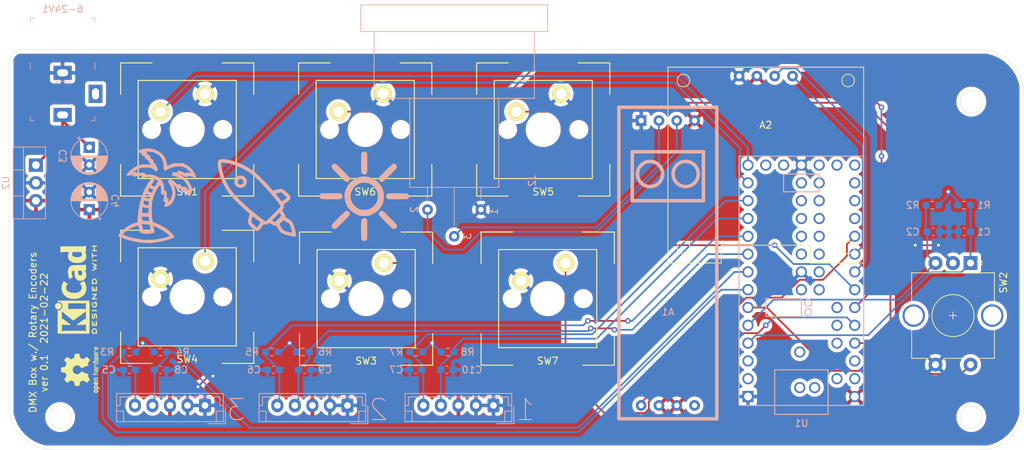
<source format=kicad_pcb>
(kicad_pcb (version 20171130) (host pcbnew "(5.1.9-0-10_14)")
  (title_block (title "DMX Box w./ Rotary Encoders") (date 2021-02-22) (rev 0.1))
  (layers (0 F.Cu signal) (31 B.Cu signal) (34 B.Paste user) (35 F.Paste user) (36 B.SilkS user) (37 F.SilkS user) (38 B.Mask user) (39 F.Mask user) (44 Edge.Cuts user))
  (net 0 "")
  (net 1 "Net-(6-24V1-Pad3)")
  (net 2 "Net-(6-24V1-Pad1)")
  (net 3 GND)
  (net 4 "Net-(A1-Pad8)")
  (net 5 +5V)
  (net 6 Pin17)
  (net 7 "Net-(A1-Pad3)")
  (net 8 "Net-(A1-Pad2)")
  (net 9 SCL)
  (net 10 SDA)
  (net 11 ENC-4A)
  (net 12 ENC-4B)
  (net 13 ENC-1A)
  (net 14 ENC-2A)
  (net 15 ENC-3A)
  (net 16 Btn_1_Max)
  (net 17 ENC-4Btn)
  (net 18 Btn_2_Min)
  (net 19 Btn_1_Min)
  (net 20 Btn_3_Max)
  (net 21 Btn_2_Max)
  (net 22 Btn_3_Min)
  (net 23 "Net-(U1-Pad18)")
  (net 24 "Net-(U1-Pad19)")
  (net 25 "Net-(U1-Pad20)")
  (net 26 "Net-(U1-Pad16)")
  (net 27 "Net-(U1-Pad15)")
  (net 28 "Net-(U1-Pad21)")
  (net 29 "Net-(U1-Pad22)")
  (net 30 "Net-(U1-Pad23)")
  (net 31 "Net-(U1-Pad31)")
  (net 32 "Net-(U1-Pad32)")
  (net 33 "Net-(U1-Pad34)")
  (net 34 "Net-(U1-Pad35)")
  (net 35 "Net-(U1-Pad36)")
  (net 36 "Net-(U1-Pad37)")
  (net 37 "Net-(U1-Pad3)")
  (net 38 "Net-(U1-Pad2)")
  (net 39 "Net-(U1-Pad52)")
  (net 40 "Net-(U1-Pad54)")
  (net 41 "Net-(U1-Pad40)")
  (net 42 "Net-(U1-Pad41)")
  (net 43 "Net-(U1-Pad42)")
  (net 44 "Net-(U1-Pad51)")
  (net 45 "Net-(U1-Pad43)")
  (net 46 "Net-(U1-Pad50)")
  (net 47 "Net-(U1-Pad49)")
  (net 48 "Net-(U1-Pad44)")
  (net 49 "Net-(U1-Pad45)")
  (net 50 "Net-(U1-Pad48)")
  (net 51 "Net-(U1-Pad47)")
  (net 52 "Net-(U1-Pad46)")
  (net 53 "Net-(U1-Pad39)")
  (net 54 "Net-(U1-Pad38)")
  (net 55 ENC-1B)
  (net 56 ENC-2B)
  (net 57 ENC-3B)
  (module Symbol:KiCad-Logo2_5mm_SilkScreen (layer F.Cu) (at 78.105 107.95 90)
    (fp_text reference REF** hide)
    (fp_text value KiCad-Logo2_5mm_SilkScreen hide)
  )
  (module Symbol:OSHW-Logo2_7.3x6mm_SilkScreen (layer F.Cu) (at 78.74 119.38 90)
    (fp_text reference REF** hide)
    (fp_text value OSHW-Logo2_7.3x6mm_SilkScreen hide)
  )
  (module Clockdiv-Logos:sunrocketpalmtree (layer B.Cu) (at 104.775 95.25 180)
    (fp_text reference G*** hide)
    (fp_text value LOGO hide)
  )
  (module teensy:Teensy30_31_32_All_Pins (layer B.Cu) (at 181.61 106.68 90)
    (fp_text reference U1 (at -20.32 0) (layer B.SilkS) (effects (justify mirror)))
    (fp_text value Teensy3.2)
    (pad 54 thru_hole circle (at -1.27 0 90) (size 1.6 1.6) (drill 1.1) (layers *.Cu *.Mask) (net 40 "Net-(U1-Pad54)"))
    (pad 53 thru_hole circle (at 1.27 0 90) (size 1.6 1.6) (drill 1.1) (layers *.Cu *.Mask) (net 3 GND))
    (pad 40 thru_hole circle (at -10.16 -0.23 90) (size 1.6 1.6) (drill 1.1) (layers *.Cu *.Mask) (net 41 "Net-(U1-Pad40)"))
    (pad 52 thru_hole circle (at 3.81 0 90) (size 1.6 1.6) (drill 1.1) (layers *.Cu *.Mask) (net 39 "Net-(U1-Pad52)"))
    (pad 41 thru_hole circle (at -1.27 2.54 90) (size 1.6 1.6) (drill 1.1) (layers *.Cu *.Mask) (net 42 "Net-(U1-Pad41)"))
    (pad 42 thru_hole circle (at 1.27 2.54 90) (size 1.6 1.6) (drill 1.1) (layers *.Cu *.Mask) (net 43 "Net-(U1-Pad42)"))
    (pad 51 thru_hole circle (at 6.35 0 90) (size 1.6 1.6) (drill 1.1) (layers *.Cu *.Mask) (net 44 "Net-(U1-Pad51)"))
    (pad 43 thru_hole circle (at 3.81 2.54 90) (size 1.6 1.6) (drill 1.1) (layers *.Cu *.Mask) (net 45 "Net-(U1-Pad43)"))
    (pad 50 thru_hole circle (at 8.89 0 90) (size 1.6 1.6) (drill 1.1) (layers *.Cu *.Mask) (net 46 "Net-(U1-Pad50)"))
    (pad 49 thru_hole circle (at 11.43 0 90) (size 1.6 1.6) (drill 1.1) (layers *.Cu *.Mask) (net 47 "Net-(U1-Pad49)"))
    (pad 44 thru_hole circle (at 6.35 2.54) (size 1.6 1.6) (drill 1.1) (layers *.Cu *.Mask) (net 48 "Net-(U1-Pad44)"))
    (pad 45 thru_hole circle (at 8.89 2.54 90) (size 1.6 1.6) (drill 1.1) (layers *.Cu *.Mask) (net 49 "Net-(U1-Pad45)"))
    (pad 48 thru_hole circle (at 13.97 0 90) (size 1.6 1.6) (drill 1.1) (layers *.Cu *.Mask) (net 50 "Net-(U1-Pad48)"))
    (pad 47 thru_hole circle (at 13.97 2.54 90) (size 1.6 1.6) (drill 1.1) (layers *.Cu *.Mask) (net 51 "Net-(U1-Pad47)"))
    (pad 46 thru_hole circle (at 11.43 2.54 90) (size 1.6 1.6) (drill 1.1) (layers *.Cu *.Mask) (net 52 "Net-(U1-Pad46)"))
    (pad 39 thru_hole circle (at -15.24 1.9 90) (size 1.6 1.6) (drill 1.1) (layers *.Cu *.Mask) (net 53 "Net-(U1-Pad39)"))
    (pad 38 thru_hole circle (at -15.24 -0.23 90) (size 1.6 1.6) (drill 1.1) (layers *.Cu *.Mask) (net 54 "Net-(U1-Pad38)"))
    (pad 1 thru_hole rect (at -16.51 -7.62 90) (size 1.6 1.6) (drill 1.1) (layers *.Cu *.Mask) (net 3 GND))
    (pad 2 thru_hole circle (at -13.97 -7.62 90) (size 1.6 1.6) (drill 1.1) (layers *.Cu *.Mask) (net 38 "Net-(U1-Pad2)"))
    (pad 3 thru_hole circle (at -11.43 -7.62 90) (size 1.6 1.6) (drill 1.1) (layers *.Cu *.Mask) (net 37 "Net-(U1-Pad3)"))
    (pad 4 thru_hole circle (at -8.89 -7.62 90) (size 1.6 1.6) (drill 1.1) (layers *.Cu *.Mask) (net 11 ENC-4A))
    (pad 5 thru_hole circle (at -6.35 -7.62 90) (size 1.6 1.6) (drill 1.1) (layers *.Cu *.Mask) (net 12 ENC-4B))
    (pad 6 thru_hole circle (at -3.81 -7.62 90) (size 1.6 1.6) (drill 1.1) (layers *.Cu *.Mask) (net 17 ENC-4Btn))
    (pad 7 thru_hole circle (at -1.27 -7.62 90) (size 1.6 1.6) (drill 1.1) (layers *.Cu *.Mask) (net 13 ENC-1A))
    (pad 8 thru_hole circle (at 1.27 -7.62 90) (size 1.6 1.6) (drill 1.1) (layers *.Cu *.Mask) (net 55 ENC-1B))
    (pad 9 thru_hole circle (at 3.81 -7.62 90) (size 1.6 1.6) (drill 1.1) (layers *.Cu *.Mask) (net 56 ENC-2B))
    (pad 10 thru_hole circle (at 6.35 -7.62 90) (size 1.6 1.6) (drill 1.1) (layers *.Cu *.Mask) (net 14 ENC-2A))
    (pad 11 thru_hole circle (at 8.89 -7.62 90) (size 1.6 1.6) (drill 1.1) (layers *.Cu *.Mask) (net 57 ENC-3B))
    (pad 12 thru_hole circle (at 11.43 -7.62 90) (size 1.6 1.6) (drill 1.1) (layers *.Cu *.Mask) (net 15 ENC-3A))
    (pad 13 thru_hole circle (at 13.97 -7.62 90) (size 1.6 1.6) (drill 1.1) (layers *.Cu *.Mask) (net 19 Btn_1_Min))
    (pad 37 thru_hole circle (at -3.81 5.08 90) (size 1.6 1.6) (drill 1.1) (layers *.Cu *.Mask) (net 36 "Net-(U1-Pad37)"))
    (pad 36 thru_hole circle (at -6.35 5.08 90) (size 1.6 1.6) (drill 1.1) (layers *.Cu *.Mask) (net 35 "Net-(U1-Pad36)"))
    (pad 35 thru_hole circle (at -8.89 5.08 90) (size 1.6 1.6) (drill 1.1) (layers *.Cu *.Mask) (net 34 "Net-(U1-Pad35)"))
    (pad 34 thru_hole circle (at -13.97 5.08 90) (size 1.6 1.6) (drill 1.1) (layers *.Cu *.Mask) (net 33 "Net-(U1-Pad34)"))
    (pad 33 thru_hole circle (at -16.51 7.62 90) (size 1.6 1.6) (drill 1.1) (layers *.Cu *.Mask) (net 5 +5V))
    (pad 32 thru_hole circle (at -13.97 7.62 90) (size 1.6 1.6) (drill 1.1) (layers *.Cu *.Mask) (net 32 "Net-(U1-Pad32)"))
    (pad 31 thru_hole circle (at -11.43 7.62 90) (size 1.6 1.6) (drill 1.1) (layers *.Cu *.Mask) (net 31 "Net-(U1-Pad31)"))
    (pad 30 thru_hole circle (at -8.89 7.62 90) (size 1.6 1.6) (drill 1.1) (layers *.Cu *.Mask) (net 20 Btn_3_Max))
    (pad 29 thru_hole circle (at -6.35 7.62 90) (size 1.6 1.6) (drill 1.1) (layers *.Cu *.Mask) (net 22 Btn_3_Min))
    (pad 28 thru_hole circle (at -3.81 7.62 90) (size 1.6 1.6) (drill 1.1) (layers *.Cu *.Mask) (net 21 Btn_2_Max))
    (pad 27 thru_hole circle (at -1.27 7.62 90) (size 1.6 1.6) (drill 1.1) (layers *.Cu *.Mask) (net 18 Btn_2_Min))
    (pad 26 thru_hole circle (at 1.27 7.62 90) (size 1.6 1.6) (drill 1.1) (layers *.Cu *.Mask) (net 9 SCL))
    (pad 25 thru_hole circle (at 3.81 7.62 90) (size 1.6 1.6) (drill 1.1) (layers *.Cu *.Mask) (net 10 SDA))
    (pad 24 thru_hole circle (at 6.35 7.62 90) (size 1.6 1.6) (drill 1.1) (layers *.Cu *.Mask) (net 6 Pin17))
    (pad 23 thru_hole circle (at 8.89 7.62 90) (size 1.6 1.6) (drill 1.1) (layers *.Cu *.Mask) (net 30 "Net-(U1-Pad23)"))
    (pad 22 thru_hole circle (at 11.43 7.62 90) (size 1.6 1.6) (drill 1.1) (layers *.Cu *.Mask) (net 29 "Net-(U1-Pad22)"))
    (pad 21 thru_hole circle (at 13.97 7.62 90) (size 1.6 1.6) (drill 1.1) (layers *.Cu *.Mask) (net 28 "Net-(U1-Pad21)"))
    (pad 14 thru_hole circle (at 16.51 -7.62 90) (size 1.6 1.6) (drill 1.1) (layers *.Cu *.Mask) (net 16 Btn_1_Max))
    (pad 15 thru_hole circle (at 16.51 -5.08 90) (size 1.6 1.6) (drill 1.1) (layers *.Cu *.Mask) (net 27 "Net-(U1-Pad15)"))
    (pad 16 thru_hole circle (at 16.51 -2.54 90) (size 1.6 1.6) (drill 1.1) (layers *.Cu *.Mask) (net 26 "Net-(U1-Pad16)"))
    (pad 20 thru_hole circle (at 16.51 7.62 90) (size 1.6 1.6) (drill 1.1) (layers *.Cu *.Mask) (net 25 "Net-(U1-Pad20)"))
    (pad 19 thru_hole circle (at 16.51 5.08 90) (size 1.6 1.6) (drill 1.1) (layers *.Cu *.Mask) (net 24 "Net-(U1-Pad19)"))
    (pad 18 thru_hole circle (at 16.51 2.54 90) (size 1.6 1.6) (drill 1.1) (layers *.Cu *.Mask) (net 23 "Net-(U1-Pad18)"))
    (pad 17 thru_hole circle (at 16.51 0 90) (size 1.6 1.6) (drill 1.1) (layers *.Cu *.Mask) (net 3 GND))
  )
  (module digikey-footprints:Barrel_Jack_5.5mmODx2.1mmID_PJ-102A (layer B.Cu) (at 76.2 80.01 180)
    (fp_text reference 6-24V1 (at 0 12.1) (layer B.SilkS) (effects (justify mirror)))
    (fp_text value PJ-102A)
    (pad 3 thru_hole rect (at -4.7 0 180) (size 2 2.6) (drill oval 1 1.6) (layers *.Cu *.Mask) (net 1 "Net-(6-24V1-Pad3)"))
    (pad 1 thru_hole rect (at 0 -3 180) (size 2.6 2) (drill oval 1.6 1) (layers *.Cu *.Mask) (net 2 "Net-(6-24V1-Pad1)"))
    (pad 2 thru_hole rect (at 0 3 180) (size 2.6 2) (drill oval 1.6 1) (layers *.Cu *.Mask) (net 3 GND))
  )
  (module Clockdiv-KiCad:MAX485-Shield (layer B.Cu) (at 162.56 104.14 90)
    (fp_text reference A1 (at -6.985 0) (layer B.SilkS) (effects (justify mirror)))
    (fp_text value MAX485-Shield)
    (pad 8 thru_hole circle (at -20.32 3.81 90) (size 1.524 1.524) (drill 0.762) (layers *.Cu *.Mask) (net 4 "Net-(A1-Pad8)"))
    (pad 7 thru_hole circle (at -20.32 1.27 90) (size 1.524 1.524) (drill 0.762) (layers *.Cu *.Mask) (net 5 +5V))
    (pad 6 thru_hole circle (at -20.32 -1.27 90) (size 1.524 1.524) (drill 0.762) (layers *.Cu *.Mask) (net 5 +5V))
    (pad 5 thru_hole circle (at -20.32 -3.81 90) (size 1.524 1.524) (drill 0.762) (layers *.Cu *.Mask) (net 6 Pin17))
    (pad 4 thru_hole rect (at 20.32 -3.81 90) (size 1.524 1.524) (drill 0.762) (layers *.Cu *.Mask) (net 3 GND))
    (pad 3 thru_hole circle (at 20.32 -1.27 90) (size 1.524 1.524) (drill 0.762) (layers *.Cu *.Mask) (net 7 "Net-(A1-Pad3)"))
    (pad 2 thru_hole circle (at 20.32 1.27 90) (size 1.524 1.524) (drill 0.762) (layers *.Cu *.Mask) (net 8 "Net-(A1-Pad2)"))
    (pad 1 thru_hole circle (at 20.32 3.81 90) (size 1.524 1.524) (drill 0.762) (layers *.Cu *.Mask) (net 5 +5V))
  )
  (module Clockdiv-KiCad:OLED-I2C (layer F.Cu) (at 176.53 77.47)
    (fp_text reference A2 (at 0 6.985) (layer F.SilkS))
    (fp_text value OLED-I2C)
    (pad 1 thru_hole circle (at -3.81 0) (size 1.524 1.524) (drill 0.762) (layers *.Cu *.Mask) (net 3 GND))
    (pad 2 thru_hole circle (at -1.27 0) (size 1.524 1.524) (drill 0.762) (layers *.Cu *.Mask) (net 5 +5V))
    (pad 3 thru_hole circle (at 1.27 0) (size 1.524 1.524) (drill 0.762) (layers *.Cu *.Mask) (net 9 SCL))
    (pad 4 thru_hole circle (at 3.81 0) (size 1.524 1.524) (drill 0.762) (layers *.Cu *.Mask) (net 10 SDA))
  )
  (module Capacitor_SMD:C_0603_1608Metric_Pad1.08x0.95mm_HandSolder (layer B.Cu) (at 204.8775 99.695)
    (fp_text reference C1 (at 2.7675 0) (layer B.SilkS) (effects (justify mirror)))
    (fp_text value 0.01uF)
    (pad 2 smd roundrect (at 0.8625 0) (size 1.075 0.95) (layers B.Cu B.Paste B.Mask) (net 11 ENC-4A))
    (pad 1 smd roundrect (at -0.8625 0) (size 1.075 0.95) (layers B.Cu B.Paste B.Mask) (net 3 GND))
  )
  (module Capacitor_SMD:C_0603_1608Metric_Pad1.08x0.95mm_HandSolder (layer B.Cu) (at 200.4325 99.695)
    (fp_text reference C2 (at -2.9475 0) (layer B.SilkS) (effects (justify mirror)))
    (fp_text value 0.01uF)
    (pad 1 smd roundrect (at -0.8625 0) (size 1.075 0.95) (layers B.Cu B.Paste B.Mask) (net 12 ENC-4B))
    (pad 2 smd roundrect (at 0.8625 0) (size 1.075 0.95) (layers B.Cu B.Paste B.Mask) (net 3 GND))
  )
  (module Capacitor_THT:CP_Radial_D5.0mm_P2.50mm (layer B.Cu) (at 80.01 87.63 270)
    (fp_text reference C3 (at 1.25 3.75 90) (layer B.SilkS) (effects (justify mirror)))
    (fp_text value 100uF)
    (pad 1 thru_hole rect (at 0 0 270) (size 1.6 1.6) (drill 0.8) (layers *.Cu *.Mask) (net 2 "Net-(6-24V1-Pad1)"))
    (pad 2 thru_hole circle (at 2.5 0 270) (size 1.6 1.6) (drill 0.8) (layers *.Cu *.Mask) (net 3 GND))
  )
  (module Capacitor_THT:CP_Radial_D5.0mm_P2.50mm (layer B.Cu) (at 80.01 96.52 90)
    (fp_text reference C4 (at 1.25 3.75 90) (layer B.SilkS) (effects (justify mirror)))
    (fp_text value 100uF)
    (pad 2 thru_hole circle (at 2.5 0 90) (size 1.6 1.6) (drill 0.8) (layers *.Cu *.Mask) (net 3 GND))
    (pad 1 thru_hole rect (at 0 0 90) (size 1.6 1.6) (drill 0.8) (layers *.Cu *.Mask) (net 5 +5V))
  )
  (module Capacitor_SMD:C_0603_1608Metric_Pad1.08x0.95mm_HandSolder (layer B.Cu) (at 85.725 119.38)
    (fp_text reference C5 (at -2.9475 0) (layer B.SilkS) (effects (justify mirror)))
    (fp_text value 0.01uF)
    (pad 2 smd roundrect (at 0.8625 0) (size 1.075 0.95) (layers B.Cu B.Paste B.Mask) (net 13 ENC-1A))
    (pad 1 smd roundrect (at -0.8625 0) (size 1.075 0.95) (layers B.Cu B.Paste B.Mask) (net 3 GND))
  )
  (module Capacitor_SMD:C_0603_1608Metric_Pad1.08x0.95mm_HandSolder (layer B.Cu) (at 106.2725 119.38)
    (fp_text reference C6 (at -2.7675 0) (layer B.SilkS) (effects (justify mirror)))
    (fp_text value 0.01uF)
    (pad 2 smd roundrect (at 0.8625 0) (size 1.075 0.95) (layers B.Cu B.Paste B.Mask) (net 14 ENC-2A))
    (pad 1 smd roundrect (at -0.8625 0) (size 1.075 0.95) (layers B.Cu B.Paste B.Mask) (net 3 GND))
  )
  (module Capacitor_SMD:C_0603_1608Metric_Pad1.08x0.95mm_HandSolder (layer B.Cu) (at 126.5925 119.38)
    (fp_text reference C7 (at -2.7675 0) (layer B.SilkS) (effects (justify mirror)))
    (fp_text value 0.01uF)
    (pad 2 smd roundrect (at 0.8625 0) (size 1.075 0.95) (layers B.Cu B.Paste B.Mask) (net 15 ENC-3A))
    (pad 1 smd roundrect (at -0.8625 0) (size 1.075 0.95) (layers B.Cu B.Paste B.Mask) (net 3 GND))
  )
  (module Capacitor_SMD:C_0603_1608Metric_Pad1.08x0.95mm_HandSolder (layer B.Cu) (at 90.17 119.38 180)
    (fp_text reference C8 (at -2.9475 0) (layer B.SilkS) (effects (justify mirror)))
    (fp_text value 0.01uF)
    (pad 1 smd roundrect (at -0.8625 0 180) (size 1.075 0.95) (layers B.Cu B.Paste B.Mask) (net 3 GND))
    (pad 2 smd roundrect (at 0.8625 0 180) (size 1.075 0.95) (layers B.Cu B.Paste B.Mask) (net 55 ENC-1B))
  )
  (module Capacitor_SMD:C_0603_1608Metric_Pad1.08x0.95mm_HandSolder (layer B.Cu) (at 110.7175 119.38 180)
    (fp_text reference C9 (at -2.9475 0) (layer B.SilkS) (effects (justify mirror)))
    (fp_text value 0.01uF)
    (pad 1 smd roundrect (at -0.8625 0 180) (size 1.075 0.95) (layers B.Cu B.Paste B.Mask) (net 3 GND))
    (pad 2 smd roundrect (at 0.8625 0 180) (size 1.075 0.95) (layers B.Cu B.Paste B.Mask) (net 56 ENC-2B))
  )
  (module Capacitor_SMD:C_0603_1608Metric_Pad1.08x0.95mm_HandSolder (layer B.Cu) (at 131.0375 119.38 180)
    (fp_text reference C10 (at -3.5825 0) (layer B.SilkS) (effects (justify mirror)))
    (fp_text value 0.01uF)
    (pad 1 smd roundrect (at -0.8625 0 180) (size 1.075 0.95) (layers B.Cu B.Paste B.Mask) (net 3 GND))
    (pad 2 smd roundrect (at 0.8625 0 180) (size 1.075 0.95) (layers B.Cu B.Paste B.Mask) (net 57 ENC-3B))
  )
  (module Connector_JST:JST_EH_B5B-EH-A_1x05_P2.50mm_Vertical (layer B.Cu) (at 116.84 124.46 180)
    (fp_text reference J1 hide)
    (fp_text value "Rotary Encoder 2")
    (pad 1 thru_hole roundrect (at 0 0 180) (size 1.7 1.95) (drill 0.95) (layers *.Cu *.Mask) (roundrect_rratio 0.1470588235294118) (net 3 GND))
    (pad 2 thru_hole oval (at 2.5 0 180) (size 1.7 1.95) (drill 0.95) (layers *.Cu *.Mask) (net 3 GND))
    (pad 3 thru_hole oval (at 5 0 180) (size 1.7 1.95) (drill 0.95) (layers *.Cu *.Mask) (net 5 +5V))
    (pad 4 thru_hole oval (at 7.5 0 180) (size 1.7 1.95) (drill 0.95) (layers *.Cu *.Mask) (net 56 ENC-2B))
    (pad 5 thru_hole oval (at 10 0 180) (size 1.7 1.95) (drill 0.95) (layers *.Cu *.Mask) (net 14 ENC-2A))
  )
  (module "Clockdiv-KiCad:XLR Buchse" (layer B.Cu) (at 132.08 96.52 270)
    (fp_text reference J2 (at -4.1275 -11.1125 270) (layer B.SilkS) (effects (justify mirror)))
    (fp_text value "DMX OUT")
    (fp_text user 1 (at 0.3175 -5.715 270) (layer B.SilkS) (effects (justify mirror)))
    (fp_text user 2 (at 0 5.715 270) (layer B.SilkS) (effects (justify mirror)))
    (fp_text user 3 (at 3.81 -1.905 270) (layer B.SilkS) (effects (justify mirror)))
    (pad 2 thru_hole circle (at 0 3.81 270) (size 1.524 1.524) (drill 0.762) (layers *.Cu *.Mask) (net 8 "Net-(A1-Pad2)"))
    (pad 1 thru_hole circle (at 0 -3.81 270) (size 1.524 1.524) (drill 0.762) (layers *.Cu *.Mask) (net 3 GND))
    (pad 3 thru_hole circle (at 3.81 0 270) (size 1.524 1.524) (drill 0.762) (layers *.Cu *.Mask) (net 7 "Net-(A1-Pad3)"))
  )
  (module Connector_JST:JST_EH_B5B-EH-A_1x05_P2.50mm_Vertical (layer B.Cu) (at 96.52 124.46 180)
    (fp_text reference J3 hide)
    (fp_text value "Rotary Encoder 1")
    (pad 1 thru_hole roundrect (at 0 0 180) (size 1.7 1.95) (drill 0.95) (layers *.Cu *.Mask) (roundrect_rratio 0.1470588235294118) (net 3 GND))
    (pad 2 thru_hole oval (at 2.5 0 180) (size 1.7 1.95) (drill 0.95) (layers *.Cu *.Mask) (net 3 GND))
    (pad 3 thru_hole oval (at 5 0 180) (size 1.7 1.95) (drill 0.95) (layers *.Cu *.Mask) (net 5 +5V))
    (pad 4 thru_hole oval (at 7.5 0 180) (size 1.7 1.95) (drill 0.95) (layers *.Cu *.Mask) (net 55 ENC-1B))
    (pad 5 thru_hole oval (at 10 0 180) (size 1.7 1.95) (drill 0.95) (layers *.Cu *.Mask) (net 13 ENC-1A))
  )
  (module Connector_JST:JST_EH_B5B-EH-A_1x05_P2.50mm_Vertical (layer B.Cu) (at 137.675 124.46 180)
    (fp_text reference J4 hide)
    (fp_text value "Rotary Encoder 3")
    (pad 5 thru_hole oval (at 10 0 180) (size 1.7 1.95) (drill 0.95) (layers *.Cu *.Mask) (net 15 ENC-3A))
    (pad 4 thru_hole oval (at 7.5 0 180) (size 1.7 1.95) (drill 0.95) (layers *.Cu *.Mask) (net 57 ENC-3B))
    (pad 3 thru_hole oval (at 5 0 180) (size 1.7 1.95) (drill 0.95) (layers *.Cu *.Mask) (net 5 +5V))
    (pad 2 thru_hole oval (at 2.5 0 180) (size 1.7 1.95) (drill 0.95) (layers *.Cu *.Mask) (net 3 GND))
    (pad 1 thru_hole roundrect (at 0 0 180) (size 1.7 1.95) (drill 0.95) (layers *.Cu *.Mask) (roundrect_rratio 0.1470588235294118) (net 3 GND))
  )
  (module Resistor_SMD:R_0603_1608Metric_Pad0.98x0.95mm_HandSolder (layer B.Cu) (at 204.8275 95.885)
    (fp_text reference R1 (at 2.8175 0) (layer B.SilkS) (effects (justify mirror)))
    (fp_text value 10k)
    (pad 2 smd roundrect (at 0.9125 0) (size 0.975 0.95) (layers B.Cu B.Paste B.Mask) (net 11 ENC-4A))
    (pad 1 smd roundrect (at -0.9125 0) (size 0.975 0.95) (layers B.Cu B.Paste B.Mask) (net 5 +5V))
  )
  (module Resistor_SMD:R_0603_1608Metric_Pad0.98x0.95mm_HandSolder (layer B.Cu) (at 200.3025 95.885)
    (fp_text reference R2 (at -2.8175 0) (layer B.SilkS) (effects (justify mirror)))
    (fp_text value 10k)
    (pad 1 smd roundrect (at -0.9125 0) (size 0.975 0.95) (layers B.Cu B.Paste B.Mask) (net 12 ENC-4B))
    (pad 2 smd roundrect (at 0.9125 0) (size 0.975 0.95) (layers B.Cu B.Paste B.Mask) (net 5 +5V))
  )
  (module Resistor_SMD:R_0603_1608Metric_Pad0.98x0.95mm_HandSolder (layer B.Cu) (at 85.725 116.84 180)
    (fp_text reference R3 (at 3.175 0) (layer B.SilkS) (effects (justify mirror)))
    (fp_text value 10k)
    (pad 2 smd roundrect (at 0.9125 0 180) (size 0.975 0.95) (layers B.Cu B.Paste B.Mask) (net 13 ENC-1A))
    (pad 1 smd roundrect (at -0.9125 0 180) (size 0.975 0.95) (layers B.Cu B.Paste B.Mask) (net 5 +5V))
  )
  (module Resistor_SMD:R_0603_1608Metric_Pad0.98x0.95mm_HandSolder (layer B.Cu) (at 90.17 116.84 180)
    (fp_text reference R4 (at -3.175 0) (layer B.SilkS) (effects (justify mirror)))
    (fp_text value 10k)
    (pad 1 smd roundrect (at -0.9125 0 180) (size 0.975 0.95) (layers B.Cu B.Paste B.Mask) (net 55 ENC-1B))
    (pad 2 smd roundrect (at 0.9125 0 180) (size 0.975 0.95) (layers B.Cu B.Paste B.Mask) (net 5 +5V))
  )
  (module Resistor_SMD:R_0603_1608Metric_Pad0.98x0.95mm_HandSolder (layer B.Cu) (at 106.045 116.84 180)
    (fp_text reference R5 (at 2.8175 0) (layer B.SilkS) (effects (justify mirror)))
    (fp_text value 10k)
    (pad 2 smd roundrect (at 0.9125 0 180) (size 0.975 0.95) (layers B.Cu B.Paste B.Mask) (net 14 ENC-2A))
    (pad 1 smd roundrect (at -0.9125 0 180) (size 0.975 0.95) (layers B.Cu B.Paste B.Mask) (net 5 +5V))
  )
  (module Resistor_SMD:R_0603_1608Metric_Pad0.98x0.95mm_HandSolder (layer B.Cu) (at 110.49 116.84 180)
    (fp_text reference R6 (at -3.175 0) (layer B.SilkS) (effects (justify mirror)))
    (fp_text value 10k)
    (pad 1 smd roundrect (at -0.9125 0 180) (size 0.975 0.95) (layers B.Cu B.Paste B.Mask) (net 56 ENC-2B))
    (pad 2 smd roundrect (at 0.9125 0 180) (size 0.975 0.95) (layers B.Cu B.Paste B.Mask) (net 5 +5V))
  )
  (module Resistor_SMD:R_0603_1608Metric_Pad0.98x0.95mm_HandSolder (layer B.Cu) (at 126.6425 116.84 180)
    (fp_text reference R7 (at 2.8175 0) (layer B.SilkS) (effects (justify mirror)))
    (fp_text value 10k)
    (pad 2 smd roundrect (at 0.9125 0 180) (size 0.975 0.95) (layers B.Cu B.Paste B.Mask) (net 15 ENC-3A))
    (pad 1 smd roundrect (at -0.9125 0 180) (size 0.975 0.95) (layers B.Cu B.Paste B.Mask) (net 5 +5V))
  )
  (module Resistor_SMD:R_0603_1608Metric_Pad0.98x0.95mm_HandSolder (layer B.Cu) (at 131.1675 116.84 180)
    (fp_text reference R8 (at -2.8175 0) (layer B.SilkS) (effects (justify mirror)))
    (fp_text value 10k)
    (pad 1 smd roundrect (at -0.9125 0 180) (size 0.975 0.95) (layers B.Cu B.Paste B.Mask) (net 57 ENC-3B))
    (pad 2 smd roundrect (at 0.9125 0 180) (size 0.975 0.95) (layers B.Cu B.Paste B.Mask) (net 5 +5V))
  )
  (module KiCad_CherryMx:CherryMX_PCBmount_NoDiodeNoLED (layer F.Cu) (at 93.98 85.09)
    (fp_text reference SW1 (at 0 8.89) (layer F.SilkS))
    (fp_text value Btn_1_Max)
    (pad "" np_thru_hole circle (at 5.08 0) (size 1.7 1.7) (drill 1.7) (layers *.Cu *.Mask F.SilkS))
    (pad "" np_thru_hole circle (at -5.08 0) (size 1.7 1.7) (drill 1.7) (layers *.Cu *.Mask F.SilkS))
    (pad "" np_thru_hole circle (at 0 0) (size 4 4) (drill 4) (layers *.Cu *.Mask F.SilkS))
    (pad 2 thru_hole circle (at 2.54 -5.08) (size 2.54 2.54) (drill 1.5) (layers *.Cu *.Mask F.SilkS) (net 3 GND))
    (pad 1 thru_hole circle (at -3.81 -2.54) (size 2.54 2.54) (drill 1.5) (layers *.Cu *.Mask F.SilkS) (net 16 Btn_1_Max))
  )
  (module Rotary_Encoder:RotaryEncoder_Alps_EC11E-Switch_Vertical_H20mm_CircularMountingHoles (layer F.Cu) (at 205.74 104.14 270)
    (fp_text reference SW2 (at 2.8 -4.7 90) (layer F.SilkS))
    (fp_text value Rotary_Encoder_Switch)
    (pad S1 thru_hole circle (at 14.5 5 270) (size 2 2) (drill 1) (layers *.Cu *.Mask) (net 3 GND))
    (pad S2 thru_hole circle (at 14.5 0 270) (size 2 2) (drill 1) (layers *.Cu *.Mask) (net 17 ENC-4Btn))
    (pad MP thru_hole circle (at 7.5 8.1 270) (size 3.2 3.2) (drill 2.6) (layers *.Cu *.Mask))
    (pad MP thru_hole circle (at 7.5 -3.1 270) (size 3.2 3.2) (drill 2.6) (layers *.Cu *.Mask))
    (pad B thru_hole circle (at 0 5 270) (size 2 2) (drill 1) (layers *.Cu *.Mask) (net 12 ENC-4B))
    (pad C thru_hole circle (at 0 2.5 270) (size 2 2) (drill 1) (layers *.Cu *.Mask) (net 3 GND))
    (pad A thru_hole rect (at 0 0 270) (size 2 2) (drill 1) (layers *.Cu *.Mask) (net 11 ENC-4A))
  )
  (module KiCad_CherryMx:CherryMX_PCBmount_NoDiodeNoLED (layer F.Cu) (at 119.507 109.22)
    (fp_text reference SW3 (at 0 8.89) (layer F.SilkS))
    (fp_text value Btn_2_Min)
    (pad 1 thru_hole circle (at -3.81 -2.54) (size 2.54 2.54) (drill 1.5) (layers *.Cu *.Mask F.SilkS) (net 3 GND))
    (pad 2 thru_hole circle (at 2.54 -5.08) (size 2.54 2.54) (drill 1.5) (layers *.Cu *.Mask F.SilkS) (net 18 Btn_2_Min))
    (pad "" np_thru_hole circle (at 0 0) (size 4 4) (drill 4) (layers *.Cu *.Mask F.SilkS))
    (pad "" np_thru_hole circle (at -5.08 0) (size 1.7 1.7) (drill 1.7) (layers *.Cu *.Mask F.SilkS))
    (pad "" np_thru_hole circle (at 5.08 0) (size 1.7 1.7) (drill 1.7) (layers *.Cu *.Mask F.SilkS))
  )
  (module KiCad_CherryMx:CherryMX_PCBmount_NoDiodeNoLED (layer F.Cu) (at 93.98 108.966)
    (fp_text reference SW4 (at 0 8.89) (layer F.SilkS))
    (fp_text value Btn_1_Min)
    (pad 1 thru_hole circle (at -3.81 -2.54) (size 2.54 2.54) (drill 1.5) (layers *.Cu *.Mask F.SilkS) (net 3 GND))
    (pad 2 thru_hole circle (at 2.54 -5.08) (size 2.54 2.54) (drill 1.5) (layers *.Cu *.Mask F.SilkS) (net 19 Btn_1_Min))
    (pad "" np_thru_hole circle (at 0 0) (size 4 4) (drill 4) (layers *.Cu *.Mask F.SilkS))
    (pad "" np_thru_hole circle (at -5.08 0) (size 1.7 1.7) (drill 1.7) (layers *.Cu *.Mask F.SilkS))
    (pad "" np_thru_hole circle (at 5.08 0) (size 1.7 1.7) (drill 1.7) (layers *.Cu *.Mask F.SilkS))
  )
  (module KiCad_CherryMx:CherryMX_PCBmount_NoDiodeNoLED (layer F.Cu) (at 144.78 85.09)
    (fp_text reference SW5 (at 0 8.89) (layer F.SilkS))
    (fp_text value Btn_3_Max)
    (pad "" np_thru_hole circle (at 5.08 0) (size 1.7 1.7) (drill 1.7) (layers *.Cu *.Mask F.SilkS))
    (pad "" np_thru_hole circle (at -5.08 0) (size 1.7 1.7) (drill 1.7) (layers *.Cu *.Mask F.SilkS))
    (pad "" np_thru_hole circle (at 0 0) (size 4 4) (drill 4) (layers *.Cu *.Mask F.SilkS))
    (pad 2 thru_hole circle (at 2.54 -5.08) (size 2.54 2.54) (drill 1.5) (layers *.Cu *.Mask F.SilkS) (net 3 GND))
    (pad 1 thru_hole circle (at -3.81 -2.54) (size 2.54 2.54) (drill 1.5) (layers *.Cu *.Mask F.SilkS) (net 20 Btn_3_Max))
  )
  (module KiCad_CherryMx:CherryMX_PCBmount_NoDiodeNoLED (layer F.Cu) (at 119.38 85.09)
    (fp_text reference SW6 (at 0 8.89) (layer F.SilkS))
    (fp_text value Btn_2_Max)
    (pad 1 thru_hole circle (at -3.81 -2.54) (size 2.54 2.54) (drill 1.5) (layers *.Cu *.Mask F.SilkS) (net 21 Btn_2_Max))
    (pad 2 thru_hole circle (at 2.54 -5.08) (size 2.54 2.54) (drill 1.5) (layers *.Cu *.Mask F.SilkS) (net 3 GND))
    (pad "" np_thru_hole circle (at 0 0) (size 4 4) (drill 4) (layers *.Cu *.Mask F.SilkS))
    (pad "" np_thru_hole circle (at -5.08 0) (size 1.7 1.7) (drill 1.7) (layers *.Cu *.Mask F.SilkS))
    (pad "" np_thru_hole circle (at 5.08 0) (size 1.7 1.7) (drill 1.7) (layers *.Cu *.Mask F.SilkS))
  )
  (module KiCad_CherryMx:CherryMX_PCBmount_NoDiodeNoLED (layer F.Cu) (at 145.415 109.22)
    (fp_text reference SW7 (at 0 8.89) (layer F.SilkS))
    (fp_text value Btn_3_Min)
    (pad "" np_thru_hole circle (at 5.08 0) (size 1.7 1.7) (drill 1.7) (layers *.Cu *.Mask F.SilkS))
    (pad "" np_thru_hole circle (at -5.08 0) (size 1.7 1.7) (drill 1.7) (layers *.Cu *.Mask F.SilkS))
    (pad "" np_thru_hole circle (at 0 0) (size 4 4) (drill 4) (layers *.Cu *.Mask F.SilkS))
    (pad 2 thru_hole circle (at 2.54 -5.08) (size 2.54 2.54) (drill 1.5) (layers *.Cu *.Mask F.SilkS) (net 22 Btn_3_Min))
    (pad 1 thru_hole circle (at -3.81 -2.54) (size 2.54 2.54) (drill 1.5) (layers *.Cu *.Mask F.SilkS) (net 3 GND))
  )
  (module Package_TO_SOT_THT:TO-220-3_Vertical (layer B.Cu) (at 72.39 90.17 270)
    (fp_text reference U2 (at 2.54 4.27 90) (layer B.SilkS) (effects (justify mirror)))
    (fp_text value LM7805_TO220)
    (pad 1 thru_hole rect (at 0 0 270) (size 1.905 2) (drill 1.1) (layers *.Cu *.Mask) (net 2 "Net-(6-24V1-Pad1)"))
    (pad 2 thru_hole oval (at 2.54 0 270) (size 1.905 2) (drill 1.1) (layers *.Cu *.Mask) (net 3 GND))
    (pad 3 thru_hole oval (at 5.08 0 270) (size 1.905 2) (drill 1.1) (layers *.Cu *.Mask) (net 5 +5V))
  )
  (gr_line (start 68.58 75.565) (end 68.58 124.46) (layer Edge.Cuts) (width 0.05))
  (gr_line (start 71.12 73.66) (end 70.485 73.66) (layer Edge.Cuts) (width 0.05))
  (gr_line (start 207.01 73.66) (end 71.12 73.66) (layer Edge.Cuts) (width 0.05))
  (gr_arc (start 70.485 75.565) (end 70.485 73.66) (angle -90) (layer Edge.Cuts) (width 0.05))
  (gr_line (start 207.01 130.81) (end 74.93 130.81) (layer Edge.Cuts) (width 0.05))
  (gr_line (start 213.36 80.01) (end 213.36 124.46) (layer Edge.Cuts) (width 0.05))
  (gr_arc (start 207.01 80.01) (end 213.36 80.01) (angle -90) (layer Edge.Cuts) (width 0.05))
  (gr_arc (start 207.01 124.46) (end 207.01 130.81) (angle -90) (layer Edge.Cuts) (width 0.05))
  (gr_arc (start 74.93 124.46) (end 68.58 124.46) (angle -90) (layer Edge.Cuts) (width 0.05))
  (gr_text "DMX Box w./ Rotary Encoders\nver 0.1  2021-02-22" (at 72.771 114.046 90) (layer F.SilkS) (effects (font (size 1 1))))
  (gr_text 3 (at 100.965 125.095) (layer B.SilkS) (effects (font (size 3 3)) (justify mirror)))
  (gr_text 2 (at 121.285 125.095) (layer B.SilkS) (effects (font (size 3 3)) (justify mirror)))
  (gr_text 1 (at 142.24 125.095) (layer B.SilkS) (effects (font (size 3 3)) (justify mirror)))
  (gr_circle (center 205.85 81.12) (end 207.45 81.12) (layer Edge.Cuts) (width 0.05))
  (gr_circle (center 205.85 126.12) (end 207.45 126.12) (layer Edge.Cuts) (width 0.05))
  (gr_circle (center 75.85 126.12) (end 77.45 126.12) (layer Edge.Cuts) (width 0.05))
  (segment (start 76.2 83.82) (end 80.01 87.63) (width 0.4) (layer F.Cu) (net 2))
  (segment (start 76.2 83.01) (end 76.2 83.82) (width 0.4) (layer F.Cu) (net 2))
  (segment (start 76.2 86.36) (end 72.39 90.17) (width 0.4) (layer F.Cu) (net 2))
  (segment (start 76.2 83.01) (end 76.2 86.36) (width 0.4) (layer F.Cu) (net 2))
  (via (at 202.565 93.98) (size 0.8) (drill 0.4) (layers F.Cu B.Cu) (net 5))
  (via (at 128.905 115.57) (size 0.8) (drill 0.4) (layers F.Cu B.Cu) (net 5))
  (via (at 108.585 115.57) (size 0.8) (drill 0.4) (layers F.Cu B.Cu) (net 5))
  (via (at 87.63 115.57) (size 0.8) (drill 0.4) (layers F.Cu B.Cu) (net 5))
  (segment (start 86.5875 116.89) (end 86.6375 116.84) (width 0.25) (layer B.Cu) (net 5))
  (segment (start 87.9875 115.57) (end 89.2575 116.84) (width 0.25) (layer B.Cu) (net 5))
  (segment (start 87.63 115.57) (end 87.9875 115.57) (width 0.25) (layer B.Cu) (net 5))
  (segment (start 87.63 115.8475) (end 86.6375 116.84) (width 0.25) (layer B.Cu) (net 5))
  (segment (start 87.63 115.57) (end 87.63 115.8475) (width 0.25) (layer B.Cu) (net 5))
  (segment (start 109.5775 116.5625) (end 108.585 115.57) (width 0.25) (layer B.Cu) (net 5))
  (segment (start 109.5775 116.84) (end 109.5775 116.5625) (width 0.25) (layer B.Cu) (net 5))
  (segment (start 107.315 116.84) (end 108.585 115.57) (width 0.25) (layer B.Cu) (net 5))
  (segment (start 106.9575 116.84) (end 107.315 116.84) (width 0.25) (layer B.Cu) (net 5))
  (segment (start 127.635 116.84) (end 128.905 115.57) (width 0.25) (layer B.Cu) (net 5))
  (segment (start 127.555 116.84) (end 127.635 116.84) (width 0.25) (layer B.Cu) (net 5))
  (segment (start 130.175 116.84) (end 128.905 115.57) (width 0.25) (layer B.Cu) (net 5))
  (segment (start 130.255 116.84) (end 130.175 116.84) (width 0.25) (layer B.Cu) (net 5))
  (segment (start 203.915 95.33) (end 202.565 93.98) (width 0.25) (layer B.Cu) (net 5))
  (segment (start 203.915 95.885) (end 203.915 95.33) (width 0.25) (layer B.Cu) (net 5))
  (segment (start 202.565 94.535) (end 201.215 95.885) (width 0.25) (layer B.Cu) (net 5))
  (segment (start 202.565 93.98) (end 202.565 94.535) (width 0.25) (layer B.Cu) (net 5))
  (via (at 97.663 120.269) (size 0.8) (drill 0.4) (layers F.Cu B.Cu) (net 3))
  (via (at 95.504 121.793) (size 0.8) (drill 0.4) (layers F.Cu B.Cu) (net 3))
  (segment (start 97.028 120.269) (end 95.504 121.793) (width 0.25) (layer F.Cu) (net 3))
  (segment (start 97.663 120.269) (end 97.028 120.269) (width 0.25) (layer F.Cu) (net 3))
  (via (at 201.168 101.6) (size 0.8) (drill 0.4) (layers F.Cu B.Cu) (net 3))
  (via (at 197.866 101.6) (size 0.8) (drill 0.4) (layers F.Cu B.Cu) (net 3))
  (segment (start 201.168 101.6) (end 197.866 101.6) (width 0.25) (layer F.Cu) (net 3))
  (segment (start 188.104999 101.455001) (end 189.23 100.33) (width 0.25) (layer F.Cu) (net 6))
  (segment (start 188.104999 103.120003) (end 188.104999 101.455001) (width 0.25) (layer F.Cu) (net 6))
  (segment (start 181.359997 106.535001) (end 184.690001 106.535001) (width 0.25) (layer F.Cu) (net 6))
  (segment (start 178.819997 109.075001) (end 181.359997 106.535001) (width 0.25) (layer F.Cu) (net 6))
  (segment (start 184.690001 106.535001) (end 188.104999 103.120003) (width 0.25) (layer F.Cu) (net 6))
  (segment (start 173.739997 109.075001) (end 178.819997 109.075001) (width 0.25) (layer F.Cu) (net 6))
  (segment (start 158.75 124.064998) (end 173.739997 109.075001) (width 0.25) (layer F.Cu) (net 6))
  (segment (start 158.75 124.46) (end 158.75 124.064998) (width 0.25) (layer F.Cu) (net 6))
  (segment (start 161.29 83.82) (end 161.29 90.17) (width 0.25) (layer B.Cu) (net 7))
  (segment (start 161.29 90.17) (end 152.4 99.06) (width 0.25) (layer B.Cu) (net 7))
  (segment (start 133.35 99.06) (end 132.08 100.33) (width 0.25) (layer B.Cu) (net 7))
  (segment (start 152.4 99.06) (end 133.35 99.06) (width 0.25) (layer B.Cu) (net 7))
  (segment (start 163.83 88.26641) (end 163.83 83.82) (width 0.25) (layer B.Cu) (net 8))
  (segment (start 152.40141 99.695) (end 163.83 88.26641) (width 0.25) (layer B.Cu) (net 8))
  (segment (start 135.89 99.695) (end 152.40141 99.695) (width 0.25) (layer B.Cu) (net 8))
  (segment (start 130.81 102.235) (end 133.35 102.235) (width 0.25) (layer B.Cu) (net 8))
  (segment (start 128.27 99.695) (end 130.81 102.235) (width 0.25) (layer B.Cu) (net 8))
  (segment (start 133.35 102.235) (end 135.89 99.695) (width 0.25) (layer B.Cu) (net 8))
  (segment (start 128.27 96.52) (end 128.27 99.695) (width 0.25) (layer B.Cu) (net 8))
  (segment (start 190.80501 103.83499) (end 189.23 105.41) (width 0.25) (layer B.Cu) (net 9))
  (segment (start 190.80501 86.326248) (end 190.80501 103.83499) (width 0.25) (layer B.Cu) (net 9))
  (segment (start 178.887001 76.382999) (end 180.861761 76.382999) (width 0.25) (layer B.Cu) (net 9))
  (segment (start 180.861761 76.382999) (end 190.80501 86.326248) (width 0.25) (layer B.Cu) (net 9))
  (segment (start 177.8 77.47) (end 178.887001 76.382999) (width 0.25) (layer B.Cu) (net 9))
  (segment (start 190.355001 87.485001) (end 180.34 77.47) (width 0.25) (layer B.Cu) (net 10))
  (segment (start 190.355001 101.744999) (end 190.355001 87.485001) (width 0.25) (layer B.Cu) (net 10))
  (segment (start 189.23 102.87) (end 190.355001 101.744999) (width 0.25) (layer B.Cu) (net 10))
  (segment (start 205.74 104.14) (end 205.74 99.695) (width 0.25) (layer B.Cu) (net 11))
  (segment (start 205.74 95.885) (end 205.74 99.695) (width 0.25) (layer B.Cu) (net 11))
  (segment (start 175.115001 114.444999) (end 173.99 115.57) (width 0.25) (layer B.Cu) (net 11))
  (segment (start 191.124001 114.444999) (end 175.115001 114.444999) (width 0.25) (layer B.Cu) (net 11))
  (segment (start 200.103999 105.465001) (end 191.124001 114.444999) (width 0.25) (layer B.Cu) (net 11))
  (segment (start 204.414999 105.465001) (end 200.103999 105.465001) (width 0.25) (layer B.Cu) (net 11))
  (segment (start 205.74 104.14) (end 204.414999 105.465001) (width 0.25) (layer B.Cu) (net 11))
  (segment (start 199.39 99.515) (end 199.57 99.695) (width 0.25) (layer B.Cu) (net 12))
  (segment (start 199.39 95.885) (end 199.39 99.515) (width 0.25) (layer B.Cu) (net 12))
  (segment (start 199.57 102.97) (end 200.74 104.14) (width 0.25) (layer B.Cu) (net 12))
  (segment (start 199.57 99.695) (end 199.57 102.97) (width 0.25) (layer B.Cu) (net 12))
  (segment (start 177.655001 109.364999) (end 173.99 113.03) (width 0.25) (layer B.Cu) (net 12))
  (segment (start 195.515001 109.364999) (end 177.655001 109.364999) (width 0.25) (layer B.Cu) (net 12))
  (segment (start 200.74 104.14) (end 195.515001 109.364999) (width 0.25) (layer B.Cu) (net 12))
  (segment (start 86.5875 124.3925) (end 86.52 124.46) (width 0.25) (layer B.Cu) (net 13))
  (segment (start 86.5875 119.38) (end 86.5875 124.3925) (width 0.25) (layer B.Cu) (net 13))
  (segment (start 84.8125 117.605) (end 86.5875 119.38) (width 0.25) (layer B.Cu) (net 13))
  (segment (start 84.8125 116.84) (end 84.8125 117.605) (width 0.25) (layer B.Cu) (net 13))
  (segment (start 84.8125 116.84) (end 81.915 119.7375) (width 0.25) (layer B.Cu) (net 13))
  (segment (start 81.915 119.7375) (end 81.915 126.365) (width 0.25) (layer B.Cu) (net 13))
  (segment (start 81.915 126.365) (end 83.82 128.27) (width 0.25) (layer B.Cu) (net 13))
  (segment (start 83.82 128.27) (end 149.86 128.27) (width 0.25) (layer B.Cu) (net 13))
  (segment (start 170.18 107.95) (end 173.99 107.95) (width 0.25) (layer B.Cu) (net 13))
  (segment (start 149.86 128.27) (end 170.18 107.95) (width 0.25) (layer B.Cu) (net 13))
  (segment (start 105.1325 117.3775) (end 107.135 119.38) (width 0.25) (layer B.Cu) (net 14))
  (segment (start 105.1325 116.84) (end 105.1325 117.3775) (width 0.25) (layer B.Cu) (net 14))
  (segment (start 107.135 124.165) (end 106.84 124.46) (width 0.25) (layer B.Cu) (net 14))
  (segment (start 107.135 119.38) (end 107.135 124.165) (width 0.25) (layer B.Cu) (net 14))
  (segment (start 105.1325 116.84) (end 105.1325 116.4825) (width 0.25) (layer B.Cu) (net 14))
  (segment (start 105.1325 116.84) (end 108.9425 113.03) (width 0.25) (layer B.Cu) (net 14))
  (via (at 151.13 112.395) (size 0.8) (drill 0.4) (layers F.Cu B.Cu) (net 14))
  (segment (start 150.495 113.03) (end 151.13 112.395) (width 0.25) (layer B.Cu) (net 14))
  (segment (start 108.9425 113.03) (end 150.495 113.03) (width 0.25) (layer B.Cu) (net 14))
  (via (at 156.845 112.395) (size 0.8) (drill 0.4) (layers F.Cu B.Cu) (net 14))
  (segment (start 151.13 112.395) (end 156.845 112.395) (width 0.25) (layer F.Cu) (net 14))
  (segment (start 156.845 112.395) (end 157.48 112.395) (width 0.25) (layer B.Cu) (net 14))
  (segment (start 169.545 100.33) (end 173.99 100.33) (width 0.25) (layer B.Cu) (net 14))
  (segment (start 157.48 112.395) (end 169.545 100.33) (width 0.25) (layer B.Cu) (net 14))
  (segment (start 127.675 119.6) (end 127.455 119.38) (width 0.25) (layer B.Cu) (net 15))
  (segment (start 127.675 124.46) (end 127.675 119.6) (width 0.25) (layer B.Cu) (net 15))
  (segment (start 127.455 118.565) (end 125.73 116.84) (width 0.25) (layer B.Cu) (net 15))
  (segment (start 127.455 119.38) (end 127.455 118.565) (width 0.25) (layer B.Cu) (net 15))
  (segment (start 128.27 114.3) (end 125.73 116.84) (width 0.25) (layer B.Cu) (net 15))
  (segment (start 151.765 114.3) (end 128.27 114.3) (width 0.25) (layer B.Cu) (net 15))
  (segment (start 170.815 95.25) (end 151.765 114.3) (width 0.25) (layer B.Cu) (net 15))
  (segment (start 173.99 95.25) (end 170.815 95.25) (width 0.25) (layer B.Cu) (net 15))
  (segment (start 173.99 90.17) (end 173.99 87.63) (width 0.25) (layer B.Cu) (net 16))
  (segment (start 173.99 87.63) (end 163.83 77.47) (width 0.25) (layer B.Cu) (net 16))
  (segment (start 95.25 77.47) (end 90.17 82.55) (width 0.25) (layer B.Cu) (net 16))
  (segment (start 163.83 77.47) (end 95.25 77.47) (width 0.25) (layer B.Cu) (net 16))
  (segment (start 204.414999 119.965001) (end 205.74 118.64) (width 0.25) (layer F.Cu) (net 17))
  (segment (start 199.663997 119.524999) (end 200.103999 119.965001) (width 0.25) (layer F.Cu) (net 17))
  (segment (start 185.730001 119.524999) (end 199.663997 119.524999) (width 0.25) (layer F.Cu) (net 17))
  (segment (start 200.103999 119.965001) (end 204.414999 119.965001) (width 0.25) (layer F.Cu) (net 17))
  (segment (start 176.695002 110.49) (end 185.730001 119.524999) (width 0.25) (layer F.Cu) (net 17))
  (segment (start 173.99 110.49) (end 176.695002 110.49) (width 0.25) (layer F.Cu) (net 17))
  (via (at 177.8 101.6) (size 0.8) (drill 0.4) (layers F.Cu B.Cu) (net 18))
  (segment (start 180.484999 104.284999) (end 177.8 101.6) (width 0.25) (layer B.Cu) (net 18))
  (segment (start 185.564999 104.284999) (end 180.484999 104.284999) (width 0.25) (layer B.Cu) (net 18))
  (segment (start 189.23 107.95) (end 185.564999 104.284999) (width 0.25) (layer B.Cu) (net 18))
  (segment (start 177.8 101.6) (end 139.065 101.6) (width 0.25) (layer F.Cu) (net 18))
  (segment (start 136.525 104.14) (end 122.047 104.14) (width 0.25) (layer F.Cu) (net 18))
  (segment (start 139.065 101.6) (end 136.525 104.14) (width 0.25) (layer F.Cu) (net 18))
  (segment (start 172.864999 91.584999) (end 172.864999 87.774999) (width 0.25) (layer B.Cu) (net 19))
  (segment (start 173.99 92.71) (end 172.864999 91.584999) (width 0.25) (layer B.Cu) (net 19))
  (segment (start 163.504999 78.414999) (end 112.085001 78.414999) (width 0.25) (layer B.Cu) (net 19))
  (segment (start 172.864999 87.774999) (end 163.504999 78.414999) (width 0.25) (layer B.Cu) (net 19))
  (segment (start 96.52 93.98) (end 96.52 103.886) (width 0.25) (layer B.Cu) (net 19))
  (segment (start 112.085001 78.414999) (end 96.52 93.98) (width 0.25) (layer B.Cu) (net 19))
  (segment (start 152.4 82.55) (end 140.97 82.55) (width 0.25) (layer F.Cu) (net 20))
  (segment (start 194.31 85.09) (end 190.5 81.28) (width 0.25) (layer F.Cu) (net 20))
  (segment (start 190.5 81.28) (end 153.67 81.28) (width 0.25) (layer F.Cu) (net 20))
  (segment (start 153.67 81.28) (end 152.4 82.55) (width 0.25) (layer F.Cu) (net 20))
  (segment (start 194.31 112.395) (end 194.31 85.09) (width 0.25) (layer F.Cu) (net 20))
  (segment (start 191.135 115.57) (end 194.31 112.395) (width 0.25) (layer F.Cu) (net 20))
  (segment (start 189.23 115.57) (end 191.135 115.57) (width 0.25) (layer F.Cu) (net 20))
  (segment (start 115.57 82.55) (end 137.16 82.55) (width 0.25) (layer F.Cu) (net 21))
  (segment (start 137.16 82.55) (end 143.51 76.2) (width 0.25) (layer F.Cu) (net 21))
  (via (at 193.04 81.915) (size 0.8) (drill 0.4) (layers F.Cu B.Cu) (net 21))
  (segment (start 187.325 76.2) (end 193.04 81.915) (width 0.25) (layer F.Cu) (net 21))
  (segment (start 143.51 76.2) (end 187.325 76.2) (width 0.25) (layer F.Cu) (net 21))
  (via (at 193.04 88.9) (size 0.8) (drill 0.4) (layers F.Cu B.Cu) (net 21))
  (segment (start 193.04 81.915) (end 193.04 88.9) (width 0.25) (layer B.Cu) (net 21))
  (segment (start 193.04 106.68) (end 189.23 110.49) (width 0.25) (layer F.Cu) (net 21))
  (segment (start 193.04 88.9) (end 193.04 106.68) (width 0.25) (layer F.Cu) (net 21))
  (segment (start 147.955 104.14) (end 147.955 120.015) (width 0.25) (layer F.Cu) (net 22))
  (segment (start 159.837001 123.938239) (end 169.620239 114.155001) (width 0.25) (layer F.Cu) (net 22))
  (segment (start 147.955 120.015) (end 153.487001 125.547001) (width 0.25) (layer F.Cu) (net 22))
  (segment (start 159.837001 124.981761) (end 159.837001 123.938239) (width 0.25) (layer F.Cu) (net 22))
  (segment (start 159.271761 125.547001) (end 159.837001 124.981761) (width 0.25) (layer F.Cu) (net 22))
  (via (at 176.53 113.03) (size 0.8) (drill 0.4) (layers F.Cu B.Cu) (net 22))
  (segment (start 175.404999 114.155001) (end 176.53 113.03) (width 0.25) (layer F.Cu) (net 22))
  (segment (start 169.620239 114.155001) (end 175.404999 114.155001) (width 0.25) (layer F.Cu) (net 22))
  (segment (start 153.487001 125.547001) (end 159.271761 125.547001) (width 0.25) (layer F.Cu) (net 22))
  (segment (start 188.104999 111.904999) (end 189.23 113.03) (width 0.25) (layer B.Cu) (net 22))
  (segment (start 177.655001 111.904999) (end 188.104999 111.904999) (width 0.25) (layer B.Cu) (net 22))
  (segment (start 176.53 113.03) (end 177.655001 111.904999) (width 0.25) (layer B.Cu) (net 22))
  (segment (start 89.2575 119.33) (end 89.3075 119.38) (width 0.25) (layer B.Cu) (net 55))
  (segment (start 89.3075 124.1725) (end 89.02 124.46) (width 0.25) (layer B.Cu) (net 55))
  (segment (start 89.3075 119.38) (end 89.3075 124.1725) (width 0.25) (layer B.Cu) (net 55))
  (segment (start 91.0825 117.605) (end 89.3075 119.38) (width 0.25) (layer B.Cu) (net 55))
  (segment (start 91.0825 116.84) (end 91.0825 117.605) (width 0.25) (layer B.Cu) (net 55))
  (segment (start 91.0825 116.84) (end 90.805 116.84) (width 0.25) (layer B.Cu) (net 55))
  (segment (start 91.0825 116.84) (end 92.075 116.84) (width 0.25) (layer B.Cu) (net 55))
  (segment (start 92.075 116.84) (end 102.87 127.635) (width 0.25) (layer B.Cu) (net 55))
  (segment (start 172.08359 105.41) (end 173.99 105.41) (width 0.25) (layer B.Cu) (net 55))
  (segment (start 149.85859 127.635) (end 172.08359 105.41) (width 0.25) (layer B.Cu) (net 55))
  (segment (start 102.87 127.635) (end 149.85859 127.635) (width 0.25) (layer B.Cu) (net 55))
  (segment (start 109.855 123.945) (end 109.34 124.46) (width 0.25) (layer B.Cu) (net 56))
  (segment (start 109.855 119.38) (end 109.855 123.945) (width 0.25) (layer B.Cu) (net 56))
  (segment (start 111.4025 117.8325) (end 109.855 119.38) (width 0.25) (layer B.Cu) (net 56))
  (segment (start 111.4025 116.84) (end 111.4025 117.8325) (width 0.25) (layer B.Cu) (net 56))
  (segment (start 111.4025 116.84) (end 111.4025 116.5625) (width 0.25) (layer B.Cu) (net 56))
  (via (at 151.569847 113.469847) (size 0.8) (drill 0.4) (layers F.Cu B.Cu) (net 56))
  (segment (start 151.189704 113.84999) (end 151.569847 113.469847) (width 0.25) (layer B.Cu) (net 56))
  (segment (start 114.11501 113.84999) (end 151.189704 113.84999) (width 0.25) (layer B.Cu) (net 56))
  (segment (start 111.4025 116.5625) (end 114.11501 113.84999) (width 0.25) (layer B.Cu) (net 56))
  (via (at 154.94 113.665) (size 0.8) (drill 0.4) (layers F.Cu B.Cu) (net 56))
  (segment (start 154.744847 113.469847) (end 154.94 113.665) (width 0.25) (layer F.Cu) (net 56))
  (segment (start 151.569847 113.469847) (end 154.744847 113.469847) (width 0.25) (layer F.Cu) (net 56))
  (segment (start 154.94 113.665) (end 157.48 113.665) (width 0.25) (layer B.Cu) (net 56))
  (segment (start 157.48 113.665) (end 168.275 102.87) (width 0.25) (layer B.Cu) (net 56))
  (segment (start 168.275 102.87) (end 173.99 102.87) (width 0.25) (layer B.Cu) (net 56))
  (segment (start 130.175 119.38) (end 130.175 124.46) (width 0.25) (layer B.Cu) (net 57))
  (segment (start 130.175 118.745) (end 132.08 116.84) (width 0.25) (layer B.Cu) (net 57))
  (segment (start 130.175 119.38) (end 130.175 118.745) (width 0.25) (layer B.Cu) (net 57))
  (segment (start 132.08 116.84) (end 132.08 116.205) (width 0.25) (layer B.Cu) (net 57))
  (segment (start 132.08 116.205) (end 133.35 114.935) (width 0.25) (layer B.Cu) (net 57))
  (segment (start 133.35 114.935) (end 152.4 114.935) (width 0.25) (layer B.Cu) (net 57))
  (segment (start 169.545 97.79) (end 173.99 97.79) (width 0.25) (layer B.Cu) (net 57))
  (segment (start 152.4 114.935) (end 169.545 97.79) (width 0.25) (layer B.Cu) (net 57))
  (zone (net 3) (net_name GND) (layer B.Cu) (connect_pads (clearance 0.508)) (min_thickness 0.254) (fill yes (arc_segments 32) (thermal_gap 0.508) (thermal_bridge_width 0.508))
    (polygon (pts (xy 212.725 130.175) (xy 69.215 130.175) (xy 69.215 74.295) (xy 212.725 74.295)))
  )
  (zone (net 5) (net_name +5V) (layer F.Cu) (connect_pads (clearance 0.508)) (min_thickness 0.254) (fill yes (arc_segments 32) (thermal_gap 0.508) (thermal_bridge_width 0.508))
    (polygon (pts (xy 212.725 130.175) (xy 69.215 130.175) (xy 69.215 74.295) (xy 212.725 74.295)))
  )
)
</source>
